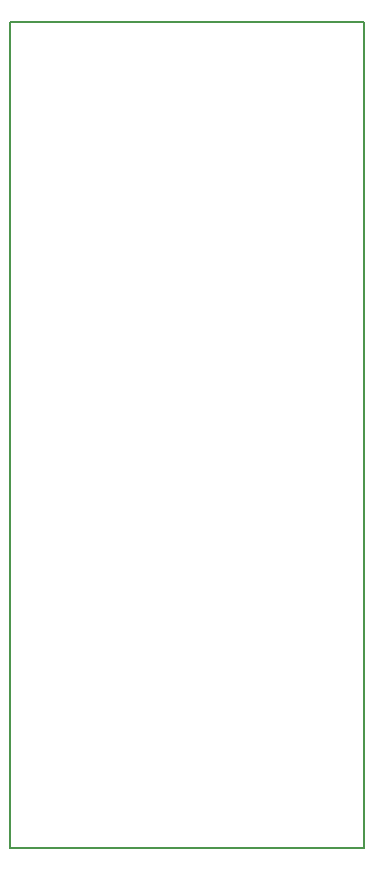
<source format=gm1>
G04 #@! TF.FileFunction,Profile,NP*
%FSLAX46Y46*%
G04 Gerber Fmt 4.6, Leading zero omitted, Abs format (unit mm)*
G04 Created by KiCad (PCBNEW 4.0.6) date 08/19/17 00:13:46*
%MOMM*%
%LPD*%
G01*
G04 APERTURE LIST*
%ADD10C,0.100000*%
%ADD11C,0.150000*%
G04 APERTURE END LIST*
D10*
D11*
X130000000Y-100000000D02*
X100000000Y-100000000D01*
X130000000Y-170000000D02*
X130000000Y-100000000D01*
X100000000Y-170000000D02*
X130000000Y-170000000D01*
X100000000Y-100000000D02*
X100000000Y-170000000D01*
M02*

</source>
